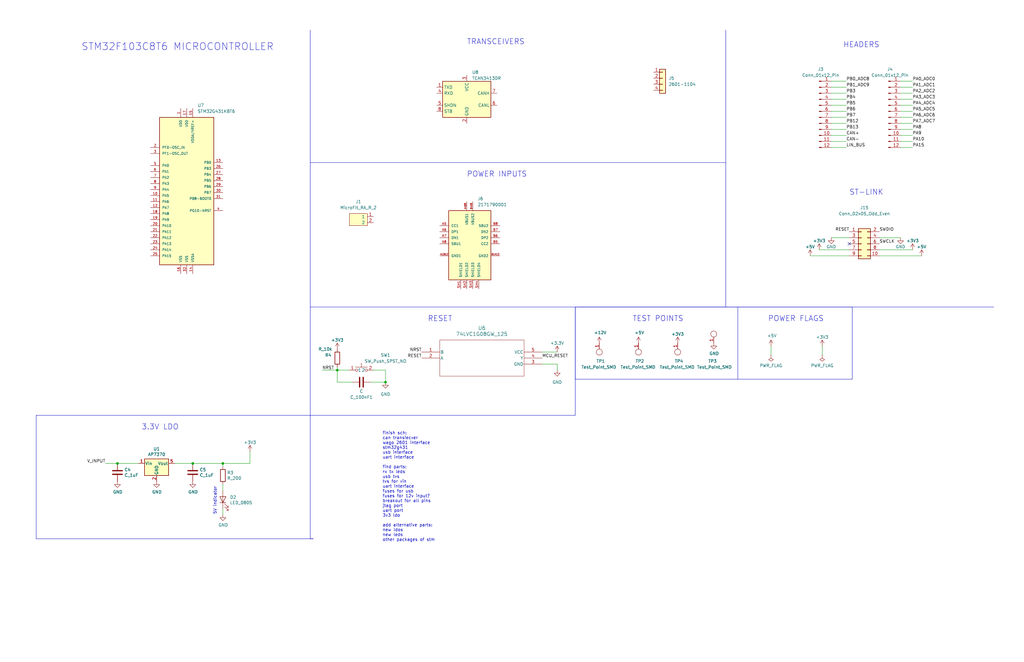
<source format=kicad_sch>
(kicad_sch (version 20230121) (generator eeschema)
  (paper "B")
  (title_block (title "Firmware Tester Board") (date "2022-02-10") (rev "1") (company "Olin Electric Motorsports") (comment 1 "Madison Tong"))
  (lib_symbols
    (symbol "AND Gate:74LVC1G08GW_125" (pin_names (offset 0.254))
      (property "Reference" "U" (at 25.4 10.16 0))
      (property "Value" "74LVC1G08GW_125" (at 25.4 7.62 0))
      (symbol "74LVC1G08GW_125_0_1"
        (pin input line (at 0 0 0) (length 7.62) (name "B") (number "1"))
        (pin input line (at 0 -2.54 0) (length 7.62) (name "A") (number "2"))
        (pin power_in line (at 50.8 -5.08 180) (length 7.62) (name "GND") (number "3"))
        (pin output line (at 50.8 -2.54 180) (length 7.62) (name "Y") (number "4"))
        (pin power_in line (at 50.8 0 180) (length 7.62) (name "VCC") (number "5"))
      )
    )
    (symbol "Connector:Conn_01x12_Pin" (pin_names (offset 1.016) hide)
      (property "Reference" "J" (at 0 15.24 0))
      (property "Value" "Conn_01x12_Pin" (at 0 -17.78 0))
      (symbol "Conn_01x12_Pin_1_1"
        (pin passive line (at 5.08 12.7 180) (length 3.81) (name "Pin_1") (number "1"))
        (pin passive line (at 5.08 -10.16 180) (length 3.81) (name "Pin_10") (number "10"))
        (pin passive line (at 5.08 -12.7 180) (length 3.81) (name "Pin_11") (number "11"))
        (pin passive line (at 5.08 -15.24 180) (length 3.81) (name "Pin_12") (number "12"))
        (pin passive line (at 5.08 10.16 180) (length 3.81) (name "Pin_2") (number "2"))
        (pin passive line (at 5.08 7.62 180) (length 3.81) (name "Pin_3") (number "3"))
        (pin passive line (at 5.08 5.08 180) (length 3.81) (name "Pin_4") (number "4"))
        (pin passive line (at 5.08 2.54 180) (length 3.81) (name "Pin_5") (number "5"))
        (pin passive line (at 5.08 0 180) (length 3.81) (name "Pin_6") (number "6"))
        (pin passive line (at 5.08 -2.54 180) (length 3.81) (name "Pin_7") (number "7"))
        (pin passive line (at 5.08 -5.08 180) (length 3.81) (name "Pin_8") (number "8"))
        (pin passive line (at 5.08 -7.62 180) (length 3.81) (name "Pin_9") (number "9"))
      )
    )
    (symbol "Connector_Generic:Conn_02x05_Odd_Even" (pin_names (offset 1.016) hide)
      (property "Reference" "J" (at 1.27 7.62 0))
      (property "Value" "Conn_02x05_Odd_Even" (at 1.27 -7.62 0))
      (symbol "Conn_02x05_Odd_Even_1_1"
        (pin passive line (at -5.08 5.08 0) (length 3.81) (name "Pin_1") (number "1"))
        (pin passive line (at 7.62 -5.08 180) (length 3.81) (name "Pin_10") (number "10"))
        (pin passive line (at 7.62 5.08 180) (length 3.81) (name "Pin_2") (number "2"))
        (pin passive line (at -5.08 2.54 0) (length 3.81) (name "Pin_3") (number "3"))
        (pin passive line (at 7.62 2.54 180) (length 3.81) (name "Pin_4") (number "4"))
        (pin passive line (at -5.08 0 0) (length 3.81) (name "Pin_5") (number "5"))
        (pin passive line (at 7.62 0 180) (length 3.81) (name "Pin_6") (number "6"))
        (pin passive line (at -5.08 -2.54 0) (length 3.81) (name "Pin_7") (number "7"))
        (pin passive line (at 7.62 -2.54 180) (length 3.81) (name "Pin_8") (number "8"))
        (pin passive line (at -5.08 -5.08 0) (length 3.81) (name "Pin_9") (number "9"))
      )
    )
    (symbol "Device:C" (pin_numbers hide) (pin_names (offset 0.254))
      (property "Reference" "C" (at 0.635 2.54 0))
      (property "Value" "C" (at 0.635 -2.54 0))
      (symbol "C_1_1"
        (pin passive line (at 0 3.81 270) (length 2.794) (name "~") (number "1"))
        (pin passive line (at 0 -3.81 90) (length 2.794) (name "~") (number "2"))
      )
    )
    (symbol "Device:R" (pin_numbers hide) (pin_names (offset 0))
      (property "Reference" "R" (at 2.032 0 90))
      (property "Value" "R" (at 0 0 90))
      (symbol "R_1_1"
        (pin passive line (at 0 3.81 270) (length 1.27) (name "~") (number "1"))
        (pin passive line (at 0 -3.81 90) (length 1.27) (name "~") (number "2"))
      )
    )
    (symbol "GND_1" (power) (pin_names (offset 0))
      (property "Value" "GND_1" (at 0 -3.81 0))
      (symbol "GND_1_1_1"
        (pin power_in line (at 0 0 270) (length 0) hide (name "GND") (number "1"))
      )
    )
    (symbol "GND_3" (power) (pin_names (offset 0))
      (property "Value" "GND_3" (at 0 -3.81 0))
      (symbol "GND_3_1_1"
        (pin power_in line (at 0 0 270) (length 0) hide (name "GND") (number "1"))
      )
    )
    (symbol "GND_6" (power) (pin_names (offset 0))
      (property "Value" "GND_6" (at 0 -3.81 0))
      (symbol "GND_6_1_1"
        (pin power_in line (at 0 0 270) (length 0) hide (name "GND") (number "1"))
      )
    )
    (symbol "MCU_ST_STM32F1:STM32F103C8Tx"
      (property "Reference" "U" (at -15.24 36.83 0))
      (property "Value" "STM32F103C8Tx" (at 7.62 36.83 0))
      (symbol "STM32F103C8Tx_1_1"
        (pin power_in line (at -5.08 38.1 270) (length 2.54) (name "VBAT") (number "1"))
        (pin bidirectional line (at 15.24 5.08 180) (length 2.54) (name "PA0") (number "10"))
        (pin bidirectional line (at 15.24 2.54 180) (length 2.54) (name "PA1") (number "11"))
        (pin bidirectional line (at 15.24 0 180) (length 2.54) (name "PA2") (number "12"))
        (pin bidirectional line (at 15.24 -2.54 180) (length 2.54) (name "PA3") (number "13"))
        (pin bidirectional line (at 15.24 -5.08 180) (length 2.54) (name "PA4") (number "14"))
        (pin bidirectional line (at 15.24 -7.62 180) (length 2.54) (name "PA5") (number "15"))
        (pin bidirectional line (at 15.24 -10.16 180) (length 2.54) (name "PA6") (number "16"))
        (pin bidirectional line (at 15.24 -12.7 180) (length 2.54) (name "PA7") (number "17"))
        (pin bidirectional line (at -17.78 5.08 0) (length 2.54) (name "PB0") (number "18"))
        (pin bidirectional line (at -17.78 2.54 0) (length 2.54) (name "PB1") (number "19"))
        (pin bidirectional line (at -17.78 15.24 0) (length 2.54) (name "PC13") (number "2"))
        (pin bidirectional line (at -17.78 0 0) (length 2.54) (name "PB2") (number "20"))
        (pin bidirectional line (at -17.78 -20.32 0) (length 2.54) (name "PB10") (number "21"))
        (pin bidirectional line (at -17.78 -22.86 0) (length 2.54) (name "PB11") (number "22"))
        (pin power_in line (at -5.08 -38.1 90) (length 2.54) (name "VSS") (number "23"))
        (pin power_in line (at -2.54 38.1 270) (length 2.54) (name "VDD") (number "24"))
        (pin bidirectional line (at -17.78 -25.4 0) (length 2.54) (name "PB12") (number "25"))
        (pin bidirectional line (at -17.78 -27.94 0) (length 2.54) (name "PB13") (number "26"))
        (pin bidirectional line (at -17.78 -30.48 0) (length 2.54) (name "PB14") (number "27"))
        (pin bidirectional line (at -17.78 -33.02 0) (length 2.54) (name "PB15") (number "28"))
        (pin bidirectional line (at 15.24 -15.24 180) (length 2.54) (name "PA8") (number "29"))
        (pin bidirectional line (at -17.78 12.7 0) (length 2.54) (name "PC14") (number "3"))
        (pin bidirectional line (at 15.24 -17.78 180) (length 2.54) (name "PA9") (number "30"))
        (pin bidirectional line (at 15.24 -20.32 180) (length 2.54) (name "PA10") (number "31"))
        (pin bidirectional line (at 15.24 -22.86 180) (length 2.54) (name "PA11") (number "32"))
        (pin bidirectional line (at 15.24 -25.4 180) (length 2.54) (name "PA12") (number "33"))
        (pin bidirectional line (at 15.24 -27.94 180) (length 2.54) (name "PA13") (number "34"))
        (pin power_in line (at -2.54 -38.1 90) (length 2.54) (name "VSS") (number "35"))
        (pin power_in line (at 0 38.1 270) (length 2.54) (name "VDD") (number "36"))
        (pin bidirectional line (at 15.24 -30.48 180) (length 2.54) (name "PA14") (number "37"))
        (pin bidirectional line (at 15.24 -33.02 180) (length 2.54) (name "PA15") (number "38"))
        (pin bidirectional line (at -17.78 -2.54 0) (length 2.54) (name "PB3") (number "39"))
        (pin bidirectional line (at -17.78 10.16 0) (length 2.54) (name "PC15") (number "4"))
        (pin bidirectional line (at -17.78 -5.08 0) (length 2.54) (name "PB4") (number "40"))
        (pin bidirectional line (at -17.78 -7.62 0) (length 2.54) (name "PB5") (number "41"))
        (pin bidirectional line (at -17.78 -10.16 0) (length 2.54) (name "PB6") (number "42"))
        (pin bidirectional line (at -17.78 -12.7 0) (length 2.54) (name "PB7") (number "43"))
        (pin input line (at -17.78 27.94 0) (length 2.54) (name "BOOT0") (number "44"))
        (pin bidirectional line (at -17.78 -15.24 0) (length 2.54) (name "PB8") (number "45"))
        (pin bidirectional line (at -17.78 -17.78 0) (length 2.54) (name "PB9") (number "46"))
        (pin power_in line (at 0 -38.1 90) (length 2.54) (name "VSS") (number "47"))
        (pin power_in line (at 2.54 38.1 270) (length 2.54) (name "VDD") (number "48"))
        (pin input line (at -17.78 22.86 0) (length 2.54) (name "PD0") (number "5"))
        (pin input line (at -17.78 20.32 0) (length 2.54) (name "PD1") (number "6"))
        (pin input line (at -17.78 33.02 0) (length 2.54) (name "NRST") (number "7"))
        (pin power_in line (at 2.54 -38.1 90) (length 2.54) (name "VSSA") (number "8"))
        (pin power_in line (at 5.08 38.1 270) (length 2.54) (name "VDDA") (number "9"))
      )
    )
    (symbol "USB C Receptacle:2171790001" (pin_names (offset 1.016))
      (property "Reference" "J" (at -12.7 16.002 0))
      (property "Value" "2171790001" (at -12.7 -18.542 0))
      (symbol "2171790001_0_0"
        (pin power_in line (at 17.78 0 180) (length 5.08) (name "GND1") (number "A1B12"))
        (pin power_in line (at -17.78 0 0) (length 5.08) (name "VBUS1") (number "A4B9"))
        (pin bidirectional line (at -17.78 12.7 0) (length 5.08) (name "CC1") (number "A5"))
        (pin bidirectional line (at -17.78 10.16 0) (length 5.08) (name "DP1") (number "A6"))
        (pin bidirectional line (at -17.78 7.62 0) (length 5.08) (name "DN1") (number "A7"))
        (pin bidirectional line (at -17.78 5.08 0) (length 5.08) (name "SBU1") (number "A8"))
        (pin power_in line (at 17.78 -2.54 180) (length 5.08) (name "GND2") (number "B1A12"))
        (pin power_in line (at -17.78 -2.54 0) (length 5.08) (name "VBUS2") (number "B4A9"))
        (pin bidirectional line (at 17.78 5.08 180) (length 5.08) (name "CC2") (number "B5"))
        (pin bidirectional line (at 17.78 7.62 180) (length 5.08) (name "DP2") (number "B6"))
        (pin bidirectional line (at 17.78 10.16 180) (length 5.08) (name "DN2") (number "B7"))
        (pin bidirectional line (at 17.78 12.7 180) (length 5.08) (name "SBU2") (number "B8"))
        (pin passive line (at 17.78 -7.62 180) (length 5.08) (name "SHIELD1") (number "SH1"))
        (pin passive line (at 17.78 -10.16 180) (length 5.08) (name "SHIELD2") (number "SH2"))
        (pin passive line (at 17.78 -12.7 180) (length 5.08) (name "SHIELD3") (number "SH3"))
        (pin passive line (at 17.78 -15.24 180) (length 5.08) (name "SHIELD4") (number "SH4"))
      )
    )
    (symbol "formula:2171790001" (pin_names (offset 1.016))
      (property "Reference" "J2" (at 8.89 20.32 0))
      (property "Value" "2171790001" (at 8.89 17.78 0))
      (symbol "2171790001_1_0"
        (pin power_in line (at -12.7 -3.81 0) (length 3.81) (name "GND1") (number "A1B12"))
        (pin power_in line (at -1.27 19.05 270) (length 3.81) (name "VBUS1") (number "A4B9"))
        (pin bidirectional line (at -12.7 8.89 0) (length 3.81) (name "CC1") (number "A5"))
        (pin bidirectional line (at -12.7 6.35 0) (length 3.81) (name "DP1") (number "A6"))
        (pin bidirectional line (at -12.7 3.81 0) (length 3.81) (name "DN1") (number "A7"))
        (pin bidirectional line (at -12.7 1.27 0) (length 3.81) (name "SBU1") (number "A8"))
        (pin power_in line (at 12.7 -3.81 180) (length 3.81) (name "GND2") (number "B1A12"))
        (pin power_in line (at 1.27 19.05 270) (length 3.81) (name "VBUS2") (number "B4A9"))
        (pin bidirectional line (at 12.7 1.27 180) (length 3.81) (name "CC2") (number "B5"))
        (pin bidirectional line (at 12.7 3.81 180) (length 3.81) (name "DP2") (number "B6"))
        (pin bidirectional line (at 12.7 6.35 180) (length 3.81) (name "DN2") (number "B7"))
        (pin bidirectional line (at 12.7 8.89 180) (length 3.81) (name "SBU2") (number "B8"))
        (pin passive line (at -3.81 -17.78 90) (length 3.81) (name "SHIELD1") (number "SH1"))
        (pin passive line (at -1.27 -17.78 90) (length 3.81) (name "SHIELD2") (number "SH2"))
        (pin passive line (at 1.27 -17.78 90) (length 3.81) (name "SHIELD3") (number "SH3"))
        (pin passive line (at 3.81 -17.78 90) (length 3.81) (name "SHIELD4") (number "SH4"))
      )
    )
    (symbol "formula:2601-1104"
      (property "Reference" "J" (at -5.08 10.16 0))
      (property "Value" "2601-1104" (at -5.08 7.62 0))
      (symbol "2601-1104_1_1"
        (pin passive line (at -3.81 3.81 0) (length 2.54) (name "") (number "1"))
        (pin passive line (at -3.81 1.27 0) (length 2.54) (name "") (number "2"))
        (pin passive line (at -3.81 -1.27 0) (length 2.54) (name "") (number "3"))
        (pin passive line (at -3.81 -3.81 0) (length 2.54) (name "") (number "4"))
      )
    )
    (symbol "formula:AP7370" (pin_names (offset 0.254))
      (property "Reference" "U" (at -3.81 3.175 0))
      (property "Value" "AP7370" (at 0 3.175 0))
      (symbol "AP7370_1_1"
        (pin power_in line (at -7.62 0 0) (length 2.54) (name "Vin") (number "1"))
        (pin power_in line (at 0 -7.62 90) (length 2.54) (name "GND") (number "2"))
        (pin passive line (at 7.62 0 180) (length 2.54) (name "Vout") (number "5"))
      )
    )
    (symbol "formula:C_100nF" (pin_numbers hide) (pin_names (offset 0.254))
      (property "Reference" "C" (at 0.635 2.54 0))
      (property "Value" "C_100nF" (at 0.635 -2.54 0))
      (symbol "C_100nF_1_1"
        (pin passive line (at 0 3.81 270) (length 2.794) (name "~") (number "1"))
        (pin passive line (at 0 -3.81 90) (length 2.794) (name "~") (number "2"))
      )
    )
    (symbol "formula:C_1uF" (pin_numbers hide) (pin_names (offset 0.254))
      (property "Reference" "C" (at 0.635 3.81 0))
      (property "Value" "C_1uF" (at 0.635 -1.27 0))
      (symbol "C_1uF_1_1"
        (pin passive line (at 0 5.08 270) (length 2.794) (name "~") (number "1"))
        (pin passive line (at 0 -2.54 90) (length 2.794) (name "~") (number "2"))
      )
    )
    (symbol "formula:Crystal_SMD" (pin_names (offset 1.016) hide)
      (property "Reference" "Y" (at 1.27 4.445 0))
      (property "Value" "Crystal_SMD" (at 1.27 2.54 0))
      (symbol "Crystal_SMD_1_1"
        (pin passive line (at -2.54 0 0) (length 1.27) (name "1") (number "1"))
        (pin passive line (at 0 -3.81 90) (length 1.905) (name "2") (number "2"))
        (pin passive line (at 2.54 0 180) (length 1.27) (name "3") (number "3"))
        (pin passive line (at 0 3.81 270) (length 1.905) (name "4") (number "4"))
      )
    )
    (symbol "formula:LED_0805" (pin_numbers hide) (pin_names (offset 1.016) hide)
      (property "Reference" "D" (at 0 -2.54 0))
      (property "Value" "LED_0805" (at 0 2.54 0))
      (symbol "LED_0805_1_1"
        (pin passive line (at -3.81 0 0) (length 2.54) (name "K") (number "1"))
        (pin passive line (at 3.81 0 180) (length 2.54) (name "A") (number "2"))
      )
    )
    (symbol "formula:LED_0805_Amber" (pin_numbers hide) (pin_names (offset 1.016) hide)
      (property "Reference" "D" (at 0 -2.54 0))
      (property "Value" "LED_0805_Amber" (at 0 2.54 0))
      (symbol "LED_0805_Amber_1_1"
        (pin passive line (at -3.81 0 0) (length 2.54) (name "K") (number "1"))
        (pin passive line (at 3.81 0 180) (length 2.54) (name "A") (number "2"))
      )
    )
    (symbol "formula:MicroFit_RA_R_2" (pin_names (offset 1.016))
      (property "Reference" "J" (at -2.54 1.27 0))
      (property "Value" "MicroFit_RA_R_2" (at 0 -3.81 0))
      (symbol "MicroFit_RA_R_2_1_1"
        (pin bidirectional line (at 6.35 1.27 180) (length 2.54) (name "1") (number "1"))
        (pin bidirectional line (at 6.35 -1.27 180) (length 2.54) (name "2") (number "2"))
      )
    )
    (symbol "formula:R_200" (pin_numbers hide) (pin_names (offset 0))
      (property "Reference" "R" (at 2.032 0 90))
      (property "Value" "R_200" (at -2.54 0 90))
      (symbol "R_200_1_1"
        (pin passive line (at 0 3.81 270) (length 1.27) (name "~") (number "1"))
        (pin passive line (at 0 -3.81 90) (length 1.27) (name "~") (number "2"))
      )
    )
    (symbol "formula:STM32G431KBT6" (pin_names (offset 1.016))
      (property "Reference" "U" (at -15.24 34.29 0))
      (property "Value" "STM32G431KBT6" (at 3.81 -30.48 0))
      (symbol "STM32G431KBT6_1_0"
        (pin power_in line (at -2.54 36.83 270) (length 3.81) (name "VDD") (number "1"))
        (pin bidirectional line (at -15.24 0 0) (length 3.81) (name "PA5") (number "10"))
        (pin bidirectional line (at -15.24 -2.54 0) (length 3.81) (name "PA6") (number "11"))
        (pin bidirectional line (at -15.24 -5.08 0) (length 3.81) (name "PA7") (number "12"))
        (pin bidirectional line (at 15.24 13.97 180) (length 3.81) (name "PB0") (number "13"))
        (pin power_in line (at 2.54 -33.02 90) (length 3.81) (name "VSSA") (number "14"))
        (pin power_in line (at 2.54 36.83 270) (length 3.81) (name "VDDA/VREF+") (number "15"))
        (pin power_in line (at -2.54 -33.02 90) (length 3.81) (name "VSS") (number "16"))
        (pin power_in line (at 0 36.83 270) (length 3.81) (name "VDD") (number "17"))
        (pin bidirectional line (at -15.24 -7.62 0) (length 3.81) (name "PA8") (number "18"))
        (pin bidirectional line (at -15.24 -10.16 0) (length 3.81) (name "PA9") (number "19"))
        (pin input line (at -15.24 20.32 0) (length 3.81) (name "PF0-OSC_IN") (number "2"))
        (pin bidirectional line (at -15.24 -12.7 0) (length 3.81) (name "PA10") (number "20"))
        (pin bidirectional line (at -15.24 -15.24 0) (length 3.81) (name "PA11") (number "21"))
        (pin bidirectional line (at -15.24 -17.78 0) (length 3.81) (name "PA12") (number "22"))
        (pin bidirectional line (at -15.24 -20.32 0) (length 3.81) (name "PA13") (number "23"))
        (pin bidirectional line (at -15.24 -22.86 0) (length 3.81) (name "PA14") (number "24"))
        (pin bidirectional line (at -15.24 -25.4 0) (length 3.81) (name "PA15") (number "25"))
        (pin bidirectional line (at 15.24 11.43 180) (length 3.81) (name "PB3") (number "26"))
        (pin bidirectional line (at 15.24 8.89 180) (length 3.81) (name "PB4") (number "27"))
        (pin bidirectional line (at 15.24 6.35 180) (length 3.81) (name "PB5") (number "28"))
        (pin bidirectional line (at 15.24 3.81 180) (length 3.81) (name "PB6") (number "29"))
        (pin output line (at -15.24 17.78 0) (length 3.81) (name "PF1-OSC_OUT") (number "3"))
        (pin bidirectional line (at 15.24 1.27 180) (length 3.81) (name "PB7") (number "30"))
        (pin bidirectional line (at 15.24 -1.27 180) (length 3.81) (name "PB8-BOOT0") (number "31"))
        (pin power_in line (at 0 -33.02 90) (length 3.81) (name "VSS") (number "32"))
        (pin bidirectional line (at 15.24 -6.35 180) (length 3.81) (name "PG10-NRST") (number "4"))
        (pin bidirectional line (at -15.24 12.7 0) (length 3.81) (name "PA0") (number "5"))
        (pin bidirectional line (at -15.24 10.16 0) (length 3.81) (name "PA1") (number "6"))
        (pin bidirectional line (at -15.24 7.62 0) (length 3.81) (name "PA2") (number "7"))
        (pin bidirectional line (at -15.24 5.08 0) (length 3.81) (name "PA3") (number "8"))
        (pin bidirectional line (at -15.24 2.54 0) (length 3.81) (name "PA4") (number "9"))
      )
    )
    (symbol "formula:SW_Push_SPST_NO" (pin_names (offset 1.016))
      (property "Reference" "SW" (at 2.54 3.81 0))
      (property "Value" "SW_Push_SPST_NO" (at 1.27 -2.54 0))
      (symbol "SW_Push_SPST_NO_1_1"
        (pin passive line (at -5.08 0 0) (length 2.54) (name "1") (number "1"))
        (pin passive line (at 5.08 0 180) (length 2.54) (name "2") (number "2"))
      )
    )
    (symbol "formula:TCAN3414"
      (property "Reference" "U" (at 1.27 12.7 0))
      (property "Value" "TCAN3413DR" (at 1.27 10.16 0))
      (symbol "TCAN3414_1_1"
        (pin output line (at -12.7 5.08 0) (length 2.54) (name "TXD") (number "1"))
        (pin power_in line (at 0 -10.16 90) (length 2.54) (name "GND") (number "2"))
        (pin power_in line (at 0 10.16 270) (length 2.54) (name "VCC") (number "3"))
        (pin input line (at -12.7 2.54 0) (length 2.54) (name "RXD") (number "4"))
        (pin input line (at -12.7 -2.54 0) (length 2.54) (name "SHDN") (number "5"))
        (pin bidirectional line (at 12.7 -2.54 180) (length 2.54) (name "CANL") (number "6"))
        (pin bidirectional line (at 12.7 2.54 180) (length 2.54) (name "CANH") (number "7"))
        (pin input line (at -12.7 -5.08 0) (length 2.54) (name "STB") (number "8"))
      )
    )
    (symbol "formula:Test_Point_SMD" (pin_names (offset 1.016))
      (property "Reference" "TP" (at 0 7.62 0))
      (property "Value" "Test_Point_SMD" (at 1.27 5.08 0))
      (symbol "Test_Point_SMD_1_1"
        (pin input line (at 0 -1.27 90) (length 2.54) (name "~") (number "1"))
      )
    )
    (symbol "power:+12V" (power) (pin_names (offset 0))
      (property "Value" "+12V" (at 0 3.556 0))
      (symbol "+12V_1_1"
        (pin power_in line (at 0 0 90) (length 0) hide (name "+12V") (number "1"))
      )
    )
    (symbol "power:+3.3V" (power) (pin_names (offset 0))
      (property "Value" "+3.3V" (at 0 3.556 0))
      (symbol "+3.3V_1_1"
        (pin power_in line (at 0 0 90) (length 0) hide (name "+3.3V") (number "1"))
      )
    )
    (symbol "power:+3V3" (power) (pin_names (offset 0))
      (property "Value" "+3V3" (at 0 3.556 0))
      (symbol "+3V3_1_1"
        (pin power_in line (at 0 0 90) (length 0) hide (name "+3V3") (number "1"))
      )
    )
    (symbol "power:+5V" (power) (pin_names (offset 0))
      (property "Value" "+5V" (at 0 3.556 0))
      (symbol "+5V_1_1"
        (pin power_in line (at 0 0 90) (length 0) hide (name "+5V") (number "1"))
      )
    )
    (symbol "power:GND" (power) (pin_names (offset 0))
      (property "Value" "GND" (at 0 -3.81 0))
      (symbol "GND_1_1"
        (pin power_in line (at 0 0 270) (length 0) hide (name "GND") (number "1"))
      )
    )
    (symbol "power:PWR_FLAG" (power) (pin_numbers hide) (pin_names (offset 0) hide)
      (property "Value" "PWR_FLAG" (at 0 3.81 0))
      (symbol "PWR_FLAG_0_0"
        (pin power_out line (at 0 0 90) (length 0) (name "pwr") (number "1"))
      )
    )
  )
  (junction (at -125.73 91.44))
  (junction (at -135.89 133.35))
  (junction (at -130.81 133.35))
  (junction (at -48.26 179.07))
  (junction (at -172.72 40.64))
  (junction (at -140.97 133.35))
  (junction (at -48.26 173.99))
  (junction (at -48.26 186.69))
  (junction (at -125.73 12.7))
  (junction (at 142.24 156.21))
  (junction (at -96.52 20.32))
  (junction (at 93.98 195.58))
  (junction (at 49.53 195.58))
  (junction (at -172.72 93.98))
  (junction (at -96.52 12.7))
  (junction (at -172.72 30.48))
  (junction (at -128.27 12.7))
  (junction (at 162.56 161.29))
  (junction (at -48.26 184.15))
  (junction (at -135.89 125.73))
  (junction (at 81.28 195.58))
  (junction (at -109.22 12.7))
  (junction (at -140.97 125.73))
  (junction (at -48.26 181.61))
  (junction (at -128.27 91.44))
  (junction (at -93.98 171.45))
  (junction (at -123.19 91.44))
  (junction (at -130.81 125.73))
  (no_connect (at -143.51 43.18))
  (no_connect (at 358.14 102.87))
  (no_connect (at -83.82 166.37))
  (no_connect (at -83.82 158.75))
  (no_connect (at -48.26 166.37))
  (no_connect (at -48.26 158.75))
  (wire (pts (xy -165.1 83.82) (xy -172.72 83.82)))
  (wire (pts (xy -125.73 91.44) (xy -123.19 91.44)))
  (wire (pts (xy 93.98 214.63) (xy 93.98 217.17)))
  (wire (pts (xy 356.87 36.83) (xy 350.52 36.83)))
  (wire (pts (xy -109.22 20.32) (xy -96.52 20.32)))
  (wire (pts (xy -181.61 40.64) (xy -180.34 40.64)))
  (polyline (pts (xy 359.41 160.02) (xy 359.41 129.54)))
  (wire (pts (xy -143.51 93.98) (xy -143.51 86.36)))
  (wire (pts (xy -140.97 133.35) (xy -135.89 133.35)))
  (wire (pts (xy -123.19 91.44) (xy -123.19 97.79)))
  (wire (pts (xy -83.82 173.99) (xy -93.98 173.99)))
  (wire (pts (xy 356.87 49.53) (xy 350.52 49.53)))
  (wire (pts (xy 142.24 156.21) (xy 147.32 156.21)))
  (wire (pts (xy 370.84 105.41) (xy 384.81 105.41)))
  (wire (pts (xy -168.91 25.4) (xy -166.37 25.4)))
  (wire (pts (xy -172.72 93.98) (xy -172.72 96.52)))
  (polyline (pts (xy 130.81 175.26) (xy 130.81 227.33)))
  (wire (pts (xy -154.94 33.02) (xy -143.51 33.02)))
  (wire (pts (xy -128.27 12.7) (xy -130.81 12.7)))
  (wire (pts (xy -120.65 12.7) (xy -109.22 12.7)))
  (polyline (pts (xy 130.81 227.33) (xy 132.08 227.33)))
  (wire (pts (xy 93.98 204.47) (xy 93.98 207.01)))
  (wire (pts (xy -128.27 91.44) (xy -125.73 91.44)))
  (wire (pts (xy 384.81 41.91) (xy 379.73 41.91)))
  (wire (pts (xy 346.71 146.05) (xy 346.71 149.86)))
  (wire (pts (xy -120.65 15.24) (xy -120.65 12.7)))
  (wire (pts (xy -148.59 25.4) (xy -143.51 25.4)))
  (wire (pts (xy -130.81 125.73) (xy -135.89 125.73)))
  (wire (pts (xy -128.27 12.7) (xy -125.73 12.7)))
  (wire (pts (xy -170.18 40.64) (xy -172.72 40.64)))
  (wire (pts (xy -130.81 133.35) (xy -120.65 133.35)))
  (wire (pts (xy 350.52 100.33) (xy 358.14 100.33)))
  (wire (pts (xy 356.87 59.69) (xy 350.52 59.69)))
  (wire (pts (xy -93.98 173.99) (xy -93.98 171.45)))
  (wire (pts (xy -93.98 168.91) (xy -93.98 171.45)))
  (wire (pts (xy -154.94 40.64) (xy -154.94 33.02)))
  (wire (pts (xy 384.81 49.53) (xy 379.73 49.53)))
  (wire (pts (xy -157.48 83.82) (xy -156.21 83.82)))
  (wire (pts (xy 356.87 62.23) (xy 350.52 62.23)))
  (wire (pts (xy -157.48 53.34) (xy -143.51 53.34)))
  (wire (pts (xy 384.81 59.69) (xy 379.73 59.69)))
  (wire (pts (xy -48.26 173.99) (xy -48.26 179.07)))
  (polyline (pts (xy 130.81 12.7) (xy 130.81 175.26)))
  (wire (pts (xy 105.41 190.5) (xy 105.41 195.58)))
  (wire (pts (xy -125.73 12.7) (xy -123.19 12.7)))
  (wire (pts (xy 356.87 39.37) (xy 350.52 39.37)))
  (wire (pts (xy -172.72 30.48) (xy -172.72 33.02)))
  (polyline (pts (xy 15.24 175.26) (xy 130.81 175.26)))
  (wire (pts (xy 384.81 46.99) (xy 379.73 46.99)))
  (wire (pts (xy 228.6 148.59) (xy 234.95 148.59)))
  (wire (pts (xy -109.22 12.7) (xy -96.52 12.7)))
  (wire (pts (xy 162.56 156.21) (xy 162.56 161.29)))
  (wire (pts (xy 356.87 41.91) (xy 350.52 41.91)))
  (wire (pts (xy 356.87 52.07) (xy 350.52 52.07)))
  (polyline (pts (xy 130.81 175.26) (xy 242.57 175.26)))
  (wire (pts (xy -130.81 125.73) (xy -120.65 125.73)))
  (polyline (pts (xy 130.81 68.58) (xy 306.07 68.58)))
  (wire (pts (xy 234.95 153.67) (xy 234.95 156.21)))
  (wire (pts (xy 142.24 161.29) (xy 148.59 161.29)))
  (polyline (pts (xy 311.15 129.54) (xy 311.15 160.02)))
  (wire (pts (xy 356.87 54.61) (xy 350.52 54.61)))
  (wire (pts (xy 384.81 36.83) (xy 379.73 36.83)))
  (wire (pts (xy 142.24 154.94) (xy 142.24 156.21)))
  (wire (pts (xy 73.66 195.58) (xy 81.28 195.58)))
  (wire (pts (xy 58.42 195.58) (xy 49.53 195.58)))
  (wire (pts (xy -123.19 12.7) (xy -123.19 15.24)))
  (polyline (pts (xy 242.57 160.02) (xy 359.41 160.02)))
  (wire (pts (xy -140.97 125.73) (xy -135.89 125.73)))
  (wire (pts (xy -157.48 93.98) (xy -156.21 93.98)))
  (wire (pts (xy 356.87 57.15) (xy 350.52 57.15)))
  (wire (pts (xy 156.21 161.29) (xy 162.56 161.29)))
  (wire (pts (xy 384.81 52.07) (xy 379.73 52.07)))
  (wire (pts (xy 384.81 39.37) (xy 379.73 39.37)))
  (polyline (pts (xy 358.14 129.54) (xy 242.57 129.54)))
  (wire (pts (xy 341.63 107.95) (xy 358.14 107.95)))
  (wire (pts (xy -96.52 20.32) (xy -96.52 24.13)))
  (wire (pts (xy -135.89 120.65) (xy -135.89 125.73)))
  (wire (pts (xy 356.87 34.29) (xy 350.52 34.29)))
  (wire (pts (xy -135.89 133.35) (xy -130.81 133.35)))
  (polyline (pts (xy 242.57 175.26) (xy 242.57 129.54)))
  (wire (pts (xy -148.59 93.98) (xy -143.51 93.98)))
  (wire (pts (xy -165.1 93.98) (xy -172.72 93.98)))
  (wire (pts (xy -48.26 184.15) (xy -48.26 186.69)))
  (wire (pts (xy 384.81 34.29) (xy 379.73 34.29)))
  (wire (pts (xy 93.98 196.85) (xy 93.98 195.58)))
  (polyline (pts (xy 306.07 68.58) (xy 306.07 12.7)))
  (wire (pts (xy -161.29 35.56) (xy -168.91 35.56)))
  (wire (pts (xy -177.8 53.34) (xy -175.26 53.34)))
  (wire (pts (xy -180.34 30.48) (xy -189.23 30.48)))
  (wire (pts (xy -48.26 179.07) (xy -48.26 181.61)))
  (wire (pts (xy -48.26 186.69) (xy -48.26 193.04)))
  (polyline (pts (xy 130.81 129.54) (xy 306.07 129.54)))
  (wire (pts (xy -148.59 83.82) (xy -143.51 83.82)))
  (wire (pts (xy -172.72 30.48) (xy -143.51 30.48)))
  (polyline (pts (xy 15.24 175.26) (xy 15.24 227.33)))
  (wire (pts (xy -96.52 12.7) (xy -96.52 6.35)))
  (wire (pts (xy 142.24 156.21) (xy 142.24 161.29)))
  (wire (pts (xy -48.26 181.61) (xy -48.26 184.15)))
  (wire (pts (xy -93.98 171.45) (xy -83.82 171.45)))
  (wire (pts (xy 370.84 100.33) (xy 379.73 100.33)))
  (wire (pts (xy -125.73 8.89) (xy -125.73 12.7)))
  (wire (pts (xy -151.13 133.35) (xy -140.97 133.35)))
  (wire (pts (xy 370.84 107.95) (xy 388.62 107.95)))
  (wire (pts (xy 384.81 57.15) (xy 379.73 57.15)))
  (wire (pts (xy 162.56 156.21) (xy 157.48 156.21)))
  (polyline (pts (xy 130.81 227.33) (xy 132.08 227.33)))
  (wire (pts (xy 44.45 195.58) (xy 49.53 195.58)))
  (polyline (pts (xy 359.41 129.54) (xy 358.14 129.54)))
  (wire (pts (xy -130.81 91.44) (xy -128.27 91.44)))
  (wire (pts (xy 345.44 105.41) (xy 358.14 105.41)))
  (wire (pts (xy -128.27 15.24) (xy -128.27 12.7)))
  (wire (pts (xy -48.26 171.45) (xy -48.26 173.99)))
  (wire (pts (xy -125.73 12.7) (xy -125.73 15.24)))
  (wire (pts (xy 81.28 195.58) (xy 93.98 195.58)))
  (wire (pts (xy 93.98 195.58) (xy 105.41 195.58)))
  (wire (pts (xy 356.87 46.99) (xy 350.52 46.99)))
  (wire (pts (xy 135.89 156.21) (xy 142.24 156.21)))
  (wire (pts (xy 325.12 149.86) (xy 325.12 146.05)))
  (wire (pts (xy 384.81 62.23) (xy 379.73 62.23)))
  (wire (pts (xy -172.72 83.82) (xy -172.72 93.98)))
  (wire (pts (xy -176.53 35.56) (xy -185.42 35.56)))
  (wire (pts (xy -151.13 125.73) (xy -140.97 125.73)))
  (wire (pts (xy -172.72 38.1) (xy -172.72 40.64)))
  (wire (pts (xy -162.56 40.64) (xy -154.94 40.64)))
  (wire (pts (xy 356.87 44.45) (xy 350.52 44.45)))
  (wire (pts (xy 384.81 44.45) (xy 379.73 44.45)))
  (wire (pts (xy -130.81 12.7) (xy -130.81 15.24)))
  (polyline (pts (xy 242.57 129.54) (xy 242.57 160.02)))
  (wire (pts (xy 228.6 153.67) (xy 234.95 153.67)))
  (polyline (pts (xy 306.07 129.54) (xy 306.07 68.58)))
  (wire (pts (xy 384.81 54.61) (xy 379.73 54.61)))
  (polyline (pts (xy 243.84 129.54) (xy 419.1 129.54)))
  (polyline (pts (xy 15.24 227.33) (xy 130.81 227.33)))
  (text "POWER INPUTS" (at 196.85 74.93 0) (effects (font (size 2.2606 2.2606)) (justify left bottom)))
  (text "3.3V LDO" (at 59.69 181.61 0) (effects (font (size 2.2606 2.2606)) (justify left bottom)))
  (text "Capacitors are in \nparallel with pin 1,\n24, 36, & 48 on the \nSTM32\n" (at -129.54 123.19 0) (effects (font (size 1.27 1.27)) (justify left bottom)))
  (text "ST-LINK" (at 358.14 82.55 0) (effects (font (size 2.2606 2.2606)) (justify left bottom)))
  (text "TEST POINTS" (at 266.7 135.89 0) (effects (font (size 2.2606 2.2606)) (justify left bottom)))
  (text "TRANSCEIVERS" (at 196.85 19.05 0) (effects (font (size 2.2606 2.2606)) (justify left bottom)))
  (text "HEADERS" (at 355.6 20.32 0) (effects (font (size 2.2606 2.2606)) (justify left bottom)))
  (text "POWER FLAGS\n" (at 323.85 135.89 0) (effects (font (size 2.2606 2.2606)) (justify left bottom)))
  (text "5V indicator" (at 91.44 217.17 90) (effects (font (size 1.27 1.27)) (justify left bottom)))
  (text "STM32F103C8T6 MICROCONTROLLER\n" (at 34.29 21.59 0) (effects (font (size 3 3)) (justify left bottom)))
  (text "DECOUPLING CAPACITOR" (at -153.67 113.03 0) (effects (font (size 2 2)) (justify left bottom)))
  (text "RESET" (at 180.34 135.89 0) (effects (font (size 2.2606 2.2606)) (justify left bottom)))
  (text "finish sch:\ncan transiecver\nwago 2601 interface\nstm32g431\nusb interface\nuart interface\n\nfind parts:\nrx tx leds\nusb tvs\ntvs for vin\nuart interface\nfuses for usb\nfuses for 12v input?\nbreakout for all pins\njtag port\nuart port\n3v3 ldo\n\nadd alternative parts:\nnew ldos\nnew leds\nother packages of stm\n" (at 161.29 228.6 0) (effects (font (size 1.27 1.27)) (justify left bottom)))
  (label "PB5" (at -143.51 60.96 180))
  (label "PA4_ADC4" (at -110.49 58.42 0))
  (label "PA10" (at -110.49 73.66 0))
  (label "CAN-" (at 356.87 59.69 0))
  (label "PA0_ADC0" (at -110.49 48.26 0))
  (label "PA1_ADC1" (at -110.49 50.8 0))
  (label "PB4" (at 356.87 41.91 0))
  (label "USBDM" (at -83.82 163.83 180))
  (label "USBDM" (at -110.49 76.2 0))
  (label "USBDP" (at -110.49 78.74 0))
  (label "MCU_RESET" (at -143.51 20.32 180))
  (label "PA4_ADC4" (at 384.81 44.45 0))
  (label "PB6" (at 356.87 46.99 0))
  (label "PA3_ADC3" (at 384.81 41.91 0))
  (label "PA6_ADC6" (at -110.49 63.5 0))
  (label "PB6" (at -143.51 63.5 180))
  (label "SWCLK" (at 370.84 102.87 0))
  (label "PB3" (at -143.51 55.88 180))
  (label "PB4" (at -143.51 58.42 180))
  (label "PB12" (at 356.87 52.07 0))
  (label "PA2_ADC2" (at 384.81 39.37 0))
  (label "RESET" (at 177.8 151.13 180))
  (label "PB13" (at -143.51 81.28 180))
  (label "PB13" (at 356.87 54.61 0))
  (label "LIN_TX" (at -143.51 73.66 180))
  (label "PA1_ADC1" (at 384.81 36.83 0))
  (label "NRST" (at 135.89 156.21 0))
  (label "PA9" (at -110.49 71.12 0))
  (label "LIN_RX" (at -143.51 76.2 180))
  (label "RESET" (at 358.14 97.79 180))
  (label "SWDIO" (at -110.49 81.28 0))
  (label "USBDP" (at -48.26 163.83 0))
  (label "PA5_ADC5" (at 384.81 46.99 0))
  (label "CAN+" (at 356.87 57.15 0))
  (label "PB0_ADC8" (at -143.51 48.26 180))
  (label "MCU_RESET" (at 228.6 151.13 0))
  (label "PA0_ADC0" (at 384.81 34.29 0))
  (label "PA6_ADC6" (at 384.81 49.53 0))
  (label "PA8" (at 384.81 54.61 0))
  (label "LIN_RESET" (at -143.51 38.1 180))
  (label "PB12" (at -143.51 78.74 180))
  (label "PA5_ADC5" (at -110.49 60.96 0))
  (label "SWDIO" (at 370.84 97.79 0))
  (label "PA15" (at 384.81 62.23 0))
  (label "PB1_ADC9" (at -143.51 50.8 180))
  (label "PA10" (at 384.81 59.69 0))
  (label "USBDM" (at -48.26 161.29 0))
  (label "PB3" (at 356.87 39.37 0))
  (label "LIN_BUS" (at 356.87 62.23 0))
  (label "USBDP" (at -83.82 161.29 180))
  (label "PA8" (at -110.49 68.58 0))
  (label "PA15" (at -110.49 86.36 0))
  (label "CAN_RX" (at -143.51 68.58 180))
  (label "PA7_ADC7" (at 384.81 52.07 0))
  (label "PB0_ADC8" (at 356.87 34.29 0))
  (label "SWCLK" (at -110.49 83.82 0))
  (label "PA9" (at 384.81 57.15 0))
  (label "PB1_ADC9" (at 356.87 36.83 0))
  (label "LIN_ENA" (at -143.51 40.64 180))
  (label "PA7_ADC7" (at -110.49 66.04 0))
  (label "PB5" (at 356.87 44.45 0))
  (label "PB7" (at -143.51 66.04 180))
  (label "PA2_ADC2" (at -110.49 53.34 0))
  (label "NRST" (at 177.8 148.59 180))
  (label "PA3_ADC3" (at -110.49 55.88 0))
  (label "PB7" (at 356.87 49.53 0))
  (label "CAN_TX" (at -143.51 71.12 180))
  (label "V_INPUT" (at 44.45 195.58 180))
  (symbol (lib_id "power:PWR_FLAG") (at 325.12 149.86 180) (unit 1)
    (property "Reference" "#FLG02" (effects hide))
    (property "Value" "PWR_FLAG" (at 325.12 154.2796 0))
  )
  (symbol (lib_id "power:+5V") (at 325.12 146.05 0) (unit 1)
    (property "Reference" "#PWR030" (effects hide))
    (property "Value" "+5V" (at 325.501 141.6558 0))
  )
  (symbol (lib_id "formula:SW_Push_SPST_NO") (at 152.4 156.21 0) (unit 1)
    (property "Reference" "SW1" (at 162.56 149.86 0))
    (property "Value" "SW_Push_SPST_NO" (at 162.56 152.4 0))
    (property "Footprint" "footprints:SW_B3U-1000P_4.2x1.7mm" (effects hide))
    (property "Datasheet" "https://omronfs.omron.com/en_US/ecb/products/pdf/en-b3u.pdf" (effects hide))
    (property "MFN" "DK" (effects hide))
    (property "MPN" "SW1020CT-ND" (effects hide))
    (property "PurchasingLink" "https://www.digikey.com/product-detail/en/omron-electronics-inc-emc-div/B3U-1000P/SW1020CT-ND/1534357A" (effects hide))
  )
  (symbol (lib_id "formula:AP7370") (at 66.04 195.58 0) (unit 1)
    (property "Reference" "U1" (at 66.04 189.4332 0))
    (property "Value" "AP7370" (at 66.04 191.7446 0))
    (property "Footprint" "footprints:SOT-23-5" (effects hide))
    (property "Datasheet" "https://www.diodes.com/assets/Datasheets/AP7370.pdf" (effects hide))
    (property "MFN" "DK" (effects hide))
    (property "MPN" "AP7370-50W5-7DICT-ND" (effects hide))
    (property "PurchasingLink" "https://www.digikey.com/en/products/detail/diodes-incorporated/AP7370-50W5-7/10235827" (effects hide))
  )
  (symbol (lib_id "power:GND") (at 66.04 203.2 0) (unit 1)
    (property "Reference" "#PWR010" (effects hide))
    (property "Value" "GND" (at 66.167 207.5942 0))
  )
  (symbol (lib_id "formula:C_1uF") (at 49.53 200.66 0) (unit 1)
    (property "Reference" "C4" (at 52.451 198.2216 0) (effects (justify left)))
    (property "Value" "C_1uF" (at 52.451 200.533 0) (effects (justify left)))
    (property "Footprint" "footprints:C_0805_OEM" (effects hide))
    (property "Datasheet" "https://www.yageo.com/upload/media/product/productsearch/datasheet/mlcc/UPY-GPHC_Y5V_6.3V-to-50V_9.pdf" (effects hide))
    (property "PurchasingLink" "https://www.digikey.com/product-detail/en/yageo/CC0805ZKY5V9BB105/311-1909-1-ND/5195811#images" (effects hide))
  )
  (symbol (lib_id "power:GND") (at 49.53 203.2 0) (unit 1)
    (property "Reference" "#PWR07" (effects hide))
    (property "Value" "GND" (at 49.657 207.5942 0))
  )
  (symbol (lib_id "formula:C_1uF") (at 81.28 200.66 0) (unit 1)
    (property "Reference" "C5" (at 84.201 198.2216 0) (effects (justify left)))
    (property "Value" "C_1uF" (at 84.201 200.533 0) (effects (justify left)))
    (property "Footprint" "footprints:C_0805_OEM" (effects hide))
    (property "Datasheet" "https://www.yageo.com/upload/media/product/productsearch/datasheet/mlcc/UPY-GPHC_Y5V_6.3V-to-50V_9.pdf" (effects hide))
    (property "PurchasingLink" "https://www.digikey.com/product-detail/en/yageo/CC0805ZKY5V9BB105/311-1909-1-ND/5195811#images" (effects hide))
  )
  (symbol (lib_id "power:GND") (at 81.28 203.2 0) (unit 1)
    (property "Reference" "#PWR011" (effects hide))
    (property "Value" "GND" (at 81.407 207.5942 0))
  )
  (symbol (lib_id "formula:R_200") (at 93.98 200.66 0) (unit 1)
    (property "Reference" "R3" (at 95.758 199.4916 0) (effects (justify left)))
    (property "Value" "R_200" (at 95.758 201.803 0) (effects (justify left)))
    (property "Footprint" "footprints:R_0805_OEM" (effects hide))
    (property "Datasheet" "https://www.seielect.com/Catalog/SEI-RMCF_RMCP.pdf" (effects hide))
    (property "MFN" "DK" (effects hide))
    (property "MPN" "RMCF0805JT200RCT-ND" (effects hide))
    (property "PurchasingLink" "https://www.digikey.com/products/en?keywords=RMCF0805JT200RCT-ND" (effects hide))
  )
  (symbol (lib_id "formula:LED_0805") (at 93.98 210.82 90) (unit 1)
    (property "Reference" "D2" (at 96.9518 209.8294 90) (effects (justify right)))
    (property "Value" "LED_0805" (at 96.9518 212.1408 90) (effects (justify right)))
    (property "Footprint" "footprints:LED_0805_OEM" (effects hide))
    (property "Datasheet" "http://www.osram-os.com/Graphics/XPic9/00078860_0.pdf" (effects hide))
    (property "MFN" "DK" (effects hide))
    (property "MPN" "475-1410-1-ND" (effects hide))
    (property "PurchasingLink" "https://www.digikey.com/products/en?keywords=475-1410-1-ND" (effects hide))
  )
  (symbol (lib_id "power:GND") (at 93.98 217.17 0) (unit 1)
    (property "Reference" "#PWR012" (effects hide))
    (property "Value" "GND" (at 94.107 221.5642 0))
  )
  (symbol (lib_id "formula:Test_Point_SMD") (at 252.73 146.05 180) (unit 1)
    (property "Reference" "TP1" (at 251.46 152.4 0) (effects (justify right)))
    (property "Value" "Test_Point_SMD" (at 245.11 154.94 0) (effects (justify right)))
    (property "Footprint" "footprints:Test_Point_SMD" (effects hide))
  )
  (symbol (lib_id "power:+12V") (at 252.73 144.78 0) (unit 1)
    (property "Reference" "#PWR023" (effects hide))
    (property "Value" "+12V" (at 253.111 140.3858 0))
  )
  (symbol (lib_id "formula:Test_Point_SMD") (at 269.24 146.05 180) (unit 1)
    (property "Reference" "TP2" (at 267.97 152.4 0) (effects (justify right)))
    (property "Value" "Test_Point_SMD" (at 261.62 154.94 0) (effects (justify right)))
    (property "Footprint" "footprints:Test_Point_SMD" (effects hide))
  )
  (symbol (lib_id "formula:Test_Point_SMD") (at 300.99 143.51 0) (unit 1)
    (property "Reference" "TP3" (at 302.26 152.4 0) (effects (justify right)))
    (property "Value" "Test_Point_SMD" (at 308.61 154.94 0) (effects (justify right)))
    (property "Footprint" "footprints:Test_Point_SMD" (effects hide))
  )
  (symbol (lib_id "power:+5V") (at 269.24 144.78 0) (unit 1)
    (property "Reference" "#PWR029" (effects hide))
    (property "Value" "+5V" (at 269.621 140.3858 0))
  )
  (symbol (lib_id "power:GND") (at 300.99 144.78 0) (unit 1)
    (property "Reference" "#PWR032" (effects hide))
    (property "Value" "GND" (at 301.117 149.1742 0))
  )
  (symbol (lib_id "Device:R") (at 142.24 151.13 0) (unit 1)
    (property "Reference" "R4" (at 138.43 149.86 0))
    (property "Value" "R_10k" (at 137.16 147.32 0))
  )
  (symbol (lib_id "AND Gate:74LVC1G08GW_125") (at 177.8 148.59 0) (unit 1)
    (property "Reference" "U6" (at 203.2 138.43 0) (effects (font (size 1.524 1.524))))
    (property "Value" "74LVC1G08GW_125" (at 203.2 140.97 0) (effects (font (size 1.524 1.524))))
    (property "Footprint" "SOT353_NEX" (effects hide))
    (property "Datasheet" "74LVC1G08GW_125" (effects hide))
  )
  (symbol (lib_id "Device:R") (at -161.29 53.34 270) (unit 1)
    (property "Reference" "R6" (at -156.21 49.53 90))
    (property "Value" "R_10k" (at -154.94 52.07 90))
  )
  (symbol (lib_id "power:+3V3") (at 346.71 146.05 0) (unit 1)
    (property "Reference" "#PWR014" (effects hide))
    (property "Value" "+3V3" (at 346.71 142.24 0))
  )
  (symbol (lib_id "formula:TCAN3414") (at 196.85 41.91 0) (unit 1)
    (property "Reference" "U8" (at 199.0441 30.48 0) (effects (justify left)))
    (property "Value" "TCAN3413DR" (at 199.0441 33.02 0) (effects (justify left)))
    (property "Footprint" "footprints:SOIC-8_3.9x4.9mm_Pitch1.27mm_OEM" (effects hide))
    (property "Datasheet" "https://www.ti.com/lit/ds/symlink/tcan3413.pdf" (effects hide))
    (property "MFG" "TI" (effects hide))
    (property "MPN" "TCAN3414DR" (effects hide))
  )
  (symbol (lib_id "power:+3V3") (at 105.41 190.5 0) (unit 1)
    (property "Reference" "#PWR03" (effects hide))
    (property "Value" "+3V3" (at 105.41 186.69 0))
  )
  (symbol (lib_id "formula:C_100nF") (at -130.81 129.54 0) (unit 1)
    (property "Reference" "C9" (at -128.27 129.54 0) (effects (justify left)))
    (property "Value" "C_100nF" (at -134.62 132.08 0) (effects (justify left)))
    (property "Footprint" "footprints:C_0603_1608Metric" (effects hide))
    (property "Datasheet" "http://www.samsungsem.com/kr/support/product-search/mlcc/CL10A475KQ8NNNC.jsp" (effects hide))
    (property "MFN" "DK" (effects hide))
    (property "MPN" "1276-6717-1-ND" (effects hide))
    (property "PurchasingLink" "https://www.digikey.com/product-detail/en/samsung-electro-mechanics/CL10B104KA8WPNC/1276-6717-1-ND/5961576" (effects hide))
  )
  (symbol (lib_id "formula:C_100nF") (at -151.13 129.54 0) (unit 1)
    (property "Reference" "C7" (at -148.59 129.54 0) (effects (justify left)))
    (property "Value" "C_100nF" (at -154.94 132.08 0) (effects (justify left)))
    (property "Footprint" "footprints:C_0603_1608Metric" (effects hide))
    (property "Datasheet" "http://www.samsungsem.com/kr/support/product-search/mlcc/CL10A475KQ8NNNC.jsp" (effects hide))
    (property "MFN" "DK" (effects hide))
    (property "MPN" "1276-6717-1-ND" (effects hide))
    (property "PurchasingLink" "https://www.digikey.com/product-detail/en/samsung-electro-mechanics/CL10B104KA8WPNC/1276-6717-1-ND/5961576" (effects hide))
  )
  (symbol (lib_id "formula:STM32G431KBT6") (at 78.74 82.55 0) (unit 1)
    (property "Reference" "U7" (at 83.2994 44.45 0) (effects (justify left)))
    (property "Value" "STM32G431KBT6" (at 83.2994 46.99 0) (effects (justify left)))
    (property "Footprint" "STM32G431KBT6:QFP80P900X900X160-32N" (effects hide))
    (property "Datasheet" "https://www.st.com/resource/en/datasheet/stm32g431cb.pdf" (effects hide))
    (property "Description" "ARM® Cortex®-M4F STM32G4 Microcontroller IC 32-Bit Single-Core 170MHz 128KB (128K x 8) FLASH 32-LQFP (7x7)" (effects hide))
    (property "Package" "LQFP-32 STMicroelectronics" (effects hide))
    (property "Standard" "IPC-7351B" (effects hide))
  )
  (symbol (lib_id "power:+3V3") (at -125.73 8.89 0) (unit 1)
    (property "Reference" "#PWR0103" (effects hide))
    (property "Value" "+3V3" (at -125.73 5.08 0))
  )
  (symbol (lib_id "Device:C") (at -176.53 30.48 270) (unit 1)
    (property "Reference" "C1" (at -176.53 24.13 90) (effects (justify left)))
    (property "Value" "C_20pF" (at -177.8 26.67 90) (effects (justify left)))
  )
  (symbol (lib_id "formula:C_1uF") (at -96.52 17.78 0) (unit 1)
    (property "Reference" "C6" (at -91.44 15.8749 0) (effects (justify left)))
    (property "Value" "C_1uF" (at -92.71 17.78 0) (effects (font (size 1 1)) (justify left)))
    (property "Footprint" "footprints:C_0805_OEM" (effects hide))
    (property "Datasheet" "https://media.digikey.com/pdf/Data%20Sheets/Samsung%20PDFs/CL21B105KBFNNNG_Spec.pdf" (effects hide))
    (property "PurchasingLink" "https://www.digikey.com/en/products/detail/samsung-electro-mechanics/CL21B105KBFNNNG/3894467" (effects hide))
    (property "MFN" "DK" (effects hide))
    (property "MPN" "1276-6470-1-ND" (effects hide))
  )
  (symbol (lib_id "power:GND") (at 162.56 161.29 0) (unit 1)
    (property "Reference" "#PWR08" (effects hide))
    (property "Value" "GND" (at 162.56 166.37 0))
  )
  (symbol (lib_id "Connector:Conn_01x12_Pin") (at 345.44 46.99 0) (unit 1)
    (property "Reference" "J3" (at 346.075 29.21 0))
    (property "Value" "Conn_01x12_Pin" (at 346.075 31.75 0))
  )
  (symbol (lib_name "GND_6") (lib_id "power:GND") (at 234.95 156.21 0) (unit 1)
    (property "Reference" "#PWR022" (effects hide))
    (property "Value" "GND" (at 234.95 161.29 0))
  )
  (symbol (lib_id "Device:C") (at 152.4 161.29 90) (unit 1)
    (property "Reference" "C_100nF1" (at 152.4 167.64 90))
    (property "Value" "C" (at 152.4 165.1 90))
  )
  (symbol (lib_id "power:+5V") (at 341.63 107.95 0) (unit 1)
    (property "Reference" "#PWR0127" (effects hide))
    (property "Value" "+5V" (at 341.63 104.14 0))
  )
  (symbol (lib_id "power:+3V3") (at -96.52 6.35 0) (unit 1)
    (property "Reference" "#PWR0104" (effects hide))
    (property "Value" "+3V3" (at -96.52 2.54 0))
  )
  (symbol (lib_id "power:GND") (at -96.52 24.13 0) (unit 1)
    (property "Reference" "#PWR0102" (effects hide))
    (property "Value" "GND" (at -96.52 29.21 0))
  )
  (symbol (lib_id "formula:LED_0805_Amber") (at -161.29 93.98 0) (unit 1)
    (property "Reference" "D4" (at -162.56 97.79 0))
    (property "Value" "LED_0805_Amber" (at -162.56 100.33 0))
    (property "Footprint" "footprints:LED_0805_OEM" (effects hide))
    (property "Datasheet" "https://media.digikey.com/pdf/Data%20Sheets/Chicago%20Miniature%20Lamps%20PDFs/CMDA5_Series_Rev_Aug_2014.pdf" (effects hide))
    (property "MFN" "DK" (effects hide))
    (property "MPN" "L71517CT-ND" (effects hide))
    (property "PurchasingLink" "https://www.digikey.com/product-detail/en/visual-communications-company-vcc/CMDA5DY7D1S/L71517CT-ND/614867" (effects hide))
  )
  (symbol (lib_id "power:GND") (at -123.19 97.79 0) (unit 1)
    (property "Reference" "#PWR0101" (effects hide))
    (property "Value" "GND" (at -123.19 101.6 0))
  )
  (symbol (lib_id "power:GND") (at 350.52 100.33 0) (unit 1)
    (property "Reference" "#PWR0125" (effects hide))
    (property "Value" "GND" (at 350.52 104.14 0))
  )
  (symbol (lib_name "GND_1") (lib_id "power:GND") (at -172.72 96.52 0) (unit 1)
    (property "Reference" "#PWR01" (effects hide))
    (property "Value" "GND" (at -175.26 96.52 0))
  )
  (symbol (lib_id "power:+3.3V") (at 234.95 148.59 0) (unit 1)
    (property "Reference" "#PWR021" (effects hide))
    (property "Value" "+3.3V" (at 234.95 144.78 0))
  )
  (symbol (lib_id "formula:Crystal_SMD") (at -172.72 35.56 270) (unit 1)
    (property "Reference" "Y1" (at -166.37 34.29 90))
    (property "Value" "Crystal_SMD" (at -166.37 31.75 90))
    (property "Footprint" "footprints:Crystal_SMD_FA238" (effects hide))
    (property "Datasheet" "http://www.txccorp.com/download/products/quartz_crystals/2015TXC_7M_17.pdf" (effects hide))
    (property "MFN" "DK" (effects hide))
    (property "MPN" "887-1125-1-ND" (effects hide))
    (property "PurchasingLink" "https://www.digikey.com/product-detail/en/txc-corporation/7M-16.000MAAJ-T/887-1125-1-ND/2119014" (effects hide))
  )
  (symbol (lib_id "Connector:Conn_01x12_Pin") (at 374.65 46.99 0) (unit 1)
    (property "Reference" "J4" (at 375.285 29.21 0))
    (property "Value" "Conn_01x12_Pin" (at 375.285 31.75 0))
  )
  (symbol (lib_id "power:GND") (at -185.42 35.56 0) (unit 1)
    (property "Reference" "#PWR0109" (effects hide))
    (property "Value" "GND" (at -185.42 39.37 0))
  )
  (symbol (lib_id "power:GND") (at -189.23 30.48 0) (unit 1)
    (property "Reference" "#PWR0106" (effects hide))
    (property "Value" "GND" (at -189.23 34.29 0))
  )
  (symbol (lib_id "formula:C_100nF") (at -109.22 16.51 0) (unit 1)
    (property "Reference" "C3" (at -105.41 15.24 0) (effects (justify left)))
    (property "Value" "C_100nF" (at -106.68 17.78 0) (effects (font (size 1 1)) (justify left)))
    (property "Footprint" "footprints:C_0603_1608Metric" (effects hide))
    (property "Datasheet" "http://www.samsungsem.com/kr/support/product-search/mlcc/CL10A475KQ8NNNC.jsp" (effects hide))
    (property "MFN" "DK" (effects hide))
    (property "MPN" "1276-6717-1-ND" (effects hide))
    (property "PurchasingLink" "https://www.digikey.com/product-detail/en/samsung-electro-mechanics/CL10B104KA8WPNC/1276-6717-1-ND/5961576" (effects hide))
  )
  (symbol (lib_id "power:+3V3") (at 384.81 105.41 0) (unit 1)
    (property "Reference" "#PWR0122" (effects hide))
    (property "Value" "+3V3" (at 384.81 101.6 0))
  )
  (symbol (lib_id "formula:C_100nF") (at -120.65 129.54 0) (unit 1)
    (property "Reference" "C10" (at -118.11 129.54 0) (effects (justify left)))
    (property "Value" "C_100nF" (at -124.46 132.08 0) (effects (justify left)))
    (property "Footprint" "footprints:C_0603_1608Metric" (effects hide))
    (property "Datasheet" "http://www.samsungsem.com/kr/support/product-search/mlcc/CL10A475KQ8NNNC.jsp" (effects hide))
    (property "MFN" "DK" (effects hide))
    (property "MPN" "1276-6717-1-ND" (effects hide))
    (property "PurchasingLink" "https://www.digikey.com/product-detail/en/samsung-electro-mechanics/CL10B104KA8WPNC/1276-6717-1-ND/5961576" (effects hide))
  )
  (symbol (lib_id "power:+5V") (at -93.98 168.91 0) (unit 1)
    (property "Reference" "#PWR09" (effects hide))
    (property "Value" "+5V" (at -93.599 164.5158 0))
  )
  (symbol (lib_id "power:GND") (at -135.89 133.35 0) (unit 1)
    (property "Reference" "#PWR0112" (effects hide))
    (property "Value" "GND" (at -135.89 138.43 0))
  )
  (symbol (lib_id "formula:LED_0805") (at -161.29 83.82 0) (unit 1)
    (property "Reference" "D3" (at -162.56 87.63 0))
    (property "Value" "LED_0805" (at -163.83 90.17 0))
    (property "Footprint" "footprints:LED_0805_OEM" (effects hide))
    (property "Datasheet" "http://www.osram-os.com/Graphics/XPic9/00078860_0.pdf" (effects hide))
    (property "MFN" "DK" (effects hide))
    (property "MPN" "475-1410-1-ND" (effects hide))
    (property "PurchasingLink" "https://www.digikey.com/products/en?keywords=475-1410-1-ND" (effects hide))
  )
  (symbol (lib_id "formula:SW_Push_SPST_NO") (at -170.18 53.34 0) (unit 1)
    (property "Reference" "SW2" (at -170.18 49.53 0))
    (property "Value" "SW_Push_SPST_NO" (at -170.18 55.88 0))
    (property "Footprint" "footprints:SW_B3U-1000P_4.2x1.7mm" (effects hide))
    (property "Datasheet" "https://omronfs.omron.com/en_US/ecb/products/pdf/en-b3u.pdf" (effects hide))
    (property "MFN" "DK" (effects hide))
    (property "MPN" "SW1020CT-ND" (effects hide))
    (property "PurchasingLink" "https://www.digikey.com/product-detail/en/omron-electronics-inc-emc-div/B3U-1000P/SW1020CT-ND/1534357A" (effects hide))
  )
  (symbol (lib_id "power:+3V3") (at 345.44 105.41 0) (unit 1)
    (property "Reference" "#PWR0128" (effects hide))
    (property "Value" "+3V3" (at 345.44 101.6 0))
  )
  (symbol (lib_id "Device:C") (at -176.53 40.64 270) (unit 1)
    (property "Reference" "C2" (at -175.26 43.18 90) (effects (justify left)))
    (property "Value" "C_20pF" (at -177.8 45.72 90) (effects (justify left)))
  )
  (symbol (lib_id "power:+3V3") (at 285.75 144.78 0) (unit 1)
    (property "Reference" "#PWR05" (effects hide))
    (property "Value" "+3V3" (at 285.75 140.97 0))
  )
  (symbol (lib_id "power:+3V3") (at -168.91 25.4 0) (unit 1)
    (property "Reference" "#PWR0110" (effects hide))
    (property "Value" "+3V3" (at -168.91 21.59 0))
  )
  (symbol (lib_id "power:+3V3") (at -177.8 53.34 0) (unit 1)
    (property "Reference" "#PWR0107" (effects hide))
    (property "Value" "+3V3" (at -177.8 49.53 0))
  )
  (symbol (lib_id "Device:R") (at -166.37 40.64 90) (unit 1)
    (property "Reference" "R1" (at -166.37 43.18 90) (effects (justify right)))
    (property "Value" "R_390" (at -167.64 45.72 90) (effects (justify right)))
  )
  (symbol (lib_id "formula:2171790001") (at 198.12 104.14 0) (unit 1)
    (property "Reference" "J6" (at 201.4094 83.82 0) (effects (justify left)))
    (property "Value" "2171790001" (at 201.4094 86.36 0) (effects (justify left)))
    (property "Footprint" "footprints:MOLEX_2171790001" (effects hide))
    (property "Datasheet" "https://www.molex.com/en-us/products/part-detail-pdf/2171790001?display=pdf" (effects hide))
    (property "MFG" "Molex" (effects hide))
    (property "MPN" "2171790001" (effects hide))
  )
  (symbol (lib_id "power:+3V3") (at -135.89 120.65 0) (unit 1)
    (property "Reference" "#PWR0111" (effects hide))
    (property "Value" "+3V3" (at -135.89 116.84 0))
  )
  (symbol (lib_id "power:+5V") (at 388.62 107.95 0) (unit 1)
    (property "Reference" "#PWR0123" (effects hide))
    (property "Value" "+5V" (at 388.62 104.14 0))
  )
  (symbol (lib_id "MCU_ST_STM32F1:STM32F103C8Tx") (at -125.73 53.34 0) (unit 1)
    (property "Reference" "U2" (at -121.1706 91.44 0) (effects (justify left)))
    (property "Value" "STM32F103C8Tx" (at -121.1706 93.98 0) (effects (justify left)))
    (property "Footprint" "Package_QFP:LQFP-48_7x7mm_P0.5mm" (effects hide))
    (property "Datasheet" "http://www.st.com/st-web-ui/static/active/en/resource/technical/document/datasheet/CD00161566.pdf" (effects hide))
  )
  (symbol (lib_id "Connector_Generic:Conn_02x05_Odd_Even") (at 363.22 102.87 0) (unit 1)
    (property "Reference" "J15" (at 364.49 87.63 0))
    (property "Value" "Conn_02x05_Odd_Even" (at 364.49 90.17 0))
  )
  (symbol (lib_id "formula:C_100nF") (at -140.97 129.54 0) (unit 1)
    (property "Reference" "C8" (at -138.43 129.54 0) (effects (justify left)))
    (property "Value" "C_100nF" (at -144.78 132.08 0) (effects (justify left)))
    (property "Footprint" "footprints:C_0603_1608Metric" (effects hide))
    (property "Datasheet" "http://www.samsungsem.com/kr/support/product-search/mlcc/CL10A475KQ8NNNC.jsp" (effects hide))
    (property "MFN" "DK" (effects hide))
    (property "MPN" "1276-6717-1-ND" (effects hide))
    (property "PurchasingLink" "https://www.digikey.com/product-detail/en/samsung-electro-mechanics/CL10B104KA8WPNC/1276-6717-1-ND/5961576" (effects hide))
  )
  (symbol (lib_id "Device:R") (at -152.4 25.4 270) (unit 1)
    (property "Reference" "R7" (at -147.32 24.13 90))
    (property "Value" "R_10k" (at -146.05 26.67 90))
  )
  (symbol (lib_id "formula:SW_Push_SPST_NO") (at -161.29 25.4 0) (unit 1)
    (property "Reference" "SW3" (at -161.29 21.59 0))
    (property "Value" "SW_Push_SPST_NO" (at -161.29 27.94 0))
    (property "Footprint" "footprints:SW_B3U-1000P_4.2x1.7mm" (effects hide))
    (property "Datasheet" "https://omronfs.omron.com/en_US/ecb/products/pdf/en-b3u.pdf" (effects hide))
    (property "MFN" "DK" (effects hide))
    (property "MPN" "SW1020CT-ND" (effects hide))
    (property "PurchasingLink" "https://www.digikey.com/product-detail/en/omron-electronics-inc-emc-div/B3U-1000P/SW1020CT-ND/1534357A" (effects hide))
  )
  (symbol (lib_id "formula:Test_Point_SMD") (at 285.75 146.05 180) (unit 1)
    (property "Reference" "TP4" (at 284.48 152.4 0) (effects (justify right)))
    (property "Value" "Test_Point_SMD" (at 278.13 154.94 0) (effects (justify right)))
    (property "Footprint" "footprints:Test_Point_SMD" (effects hide))
  )
  (symbol (lib_id "formula:MicroFit_RA_R_2") (at 151.13 92.71 0) (unit 1)
    (property "Reference" "J1" (at 151.13 85.09 0))
    (property "Value" "MicroFit_RA_R_2" (at 151.13 87.63 0))
    (property "Footprint" "footprints:MicroFit_RA_2" (effects hide))
    (property "Datasheet" "https://www.molex.com/pdm_docs/sd/436500201_sd.pdf" (effects hide))
    (property "MFN" "DK" (effects hide))
    (property "MPN" "WM1865-ND" (effects hide))
    (property "PurchasingLink" "https://www.digikey.com/product-detail/en/molex/0436500201/WM1865-ND/268994" (effects hide))
  )
  (symbol (lib_id "power:+3V3") (at 142.24 147.32 0) (unit 1)
    (property "Reference" "#PWR0113" (effects hide))
    (property "Value" "+3V3" (at 142.24 143.51 0))
  )
  (symbol (lib_id "USB C Receptacle:2171790001") (at -66.04 171.45 0) (unit 1)
    (property "Reference" "J2" (at -66.04 151.13 0))
    (property "Value" "2171790001" (at -66.04 153.67 0))
    (property "Footprint" "2171790001:MOLEX_2171790001" (effects hide))
    (property "PARTREV" "A1" (effects hide))
    (property "STANDARD" "Manufacturer Recommendations" (effects hide))
    (property "MAXIMUM_PACKAGE_HEIGHT" "3.16 mm" (effects hide))
    (property "MANUFACTURER" "Molex" (effects hide))
  )
  (symbol (lib_id "Device:R") (at -152.4 93.98 90) (unit 1)
    (property "Reference" "R30" (at -152.4 88.9 90))
    (property "Value" "R_1K" (at -152.4 91.44 90))
  )
  (symbol (lib_id "power:GND") (at -161.29 35.56 0) (unit 1)
    (property "Reference" "#PWR0105" (effects hide))
    (property "Value" "GND" (at -161.29 39.37 0))
  )
  (symbol (lib_id "power:GND") (at 379.73 100.33 0) (unit 1)
    (property "Reference" "#PWR0121" (effects hide))
    (property "Value" "GND" (at 379.73 104.14 0))
  )
  (symbol (lib_id "formula:2601-1104") (at 279.4 34.29 0) (unit 1)
    (property "Reference" "J5" (at 281.94 33.02 0) (effects (justify left)))
    (property "Value" "2601-1104" (at 281.94 35.56 0) (effects (justify left)))
    (property "Footprint" "footprints:26011104" (effects hide))
    (property "Datasheet" "https://www.wago.com/2601-1104" (effects hide))
    (property "MFG" "Wago" (effects hide))
    (property "MPN" "2601-1104" (effects hide))
  )
  (symbol (lib_id "power:GND") (at -181.61 40.64 0) (unit 1)
    (property "Reference" "#PWR0108" (effects hide))
    (property "Value" "GND" (at -181.61 44.45 0))
  )
  (symbol (lib_name "GND_3") (lib_id "power:GND") (at -48.26 193.04 0) (unit 1)
    (property "Reference" "#PWR06" (effects hide))
    (property "Value" "GND" (at -48.26 198.12 0))
  )
  (symbol (lib_id "power:PWR_FLAG") (at 346.71 149.86 180) (unit 1)
    (property "Reference" "#FLG04" (effects hide))
    (property "Value" "PWR_FLAG" (at 346.71 154.2796 0))
  )
  (symbol (lib_id "Device:R") (at -152.4 83.82 90) (unit 1)
    (property "Reference" "R29" (at -152.4 78.74 90))
    (property "Value" "R_1K" (at -152.4 81.28 90))
  )
)
</source>
